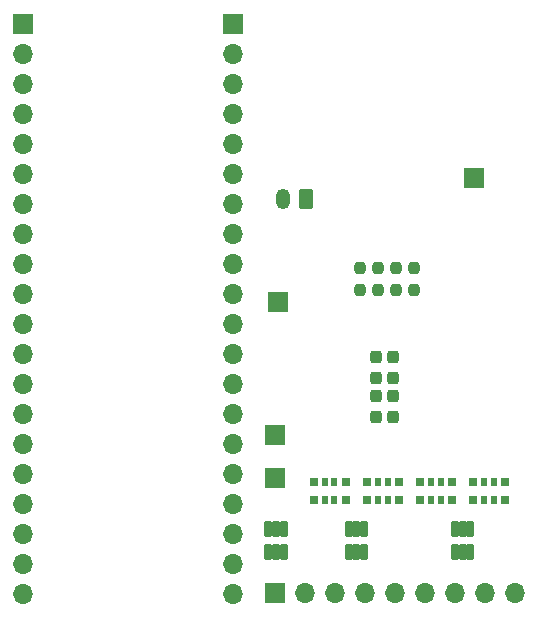
<source format=gbs>
%TF.GenerationSoftware,KiCad,Pcbnew,8.0.3*%
%TF.CreationDate,2024-08-10T21:36:20-07:00*%
%TF.ProjectId,v2,76322e6b-6963-4616-945f-706362585858,rev?*%
%TF.SameCoordinates,Original*%
%TF.FileFunction,Soldermask,Bot*%
%TF.FilePolarity,Negative*%
%FSLAX46Y46*%
G04 Gerber Fmt 4.6, Leading zero omitted, Abs format (unit mm)*
G04 Created by KiCad (PCBNEW 8.0.3) date 2024-08-10 21:36:20*
%MOMM*%
%LPD*%
G01*
G04 APERTURE LIST*
G04 Aperture macros list*
%AMRoundRect*
0 Rectangle with rounded corners*
0 $1 Rounding radius*
0 $2 $3 $4 $5 $6 $7 $8 $9 X,Y pos of 4 corners*
0 Add a 4 corners polygon primitive as box body*
4,1,4,$2,$3,$4,$5,$6,$7,$8,$9,$2,$3,0*
0 Add four circle primitives for the rounded corners*
1,1,$1+$1,$2,$3*
1,1,$1+$1,$4,$5*
1,1,$1+$1,$6,$7*
1,1,$1+$1,$8,$9*
0 Add four rect primitives between the rounded corners*
20,1,$1+$1,$2,$3,$4,$5,0*
20,1,$1+$1,$4,$5,$6,$7,0*
20,1,$1+$1,$6,$7,$8,$9,0*
20,1,$1+$1,$8,$9,$2,$3,0*%
G04 Aperture macros list end*
%ADD10R,1.700000X1.700000*%
%ADD11RoundRect,0.237500X0.237500X-0.250000X0.237500X0.250000X-0.237500X0.250000X-0.237500X-0.250000X0*%
%ADD12RoundRect,0.075500X-0.226500X0.621500X-0.226500X-0.621500X0.226500X-0.621500X0.226500X0.621500X0*%
%ADD13RoundRect,0.075500X0.226500X-0.621500X0.226500X0.621500X-0.226500X0.621500X-0.226500X-0.621500X0*%
%ADD14RoundRect,0.250000X0.350000X0.625000X-0.350000X0.625000X-0.350000X-0.625000X0.350000X-0.625000X0*%
%ADD15O,1.200000X1.750000*%
%ADD16RoundRect,0.237500X-0.237500X0.300000X-0.237500X-0.300000X0.237500X-0.300000X0.237500X0.300000X0*%
%ADD17RoundRect,0.237500X0.237500X-0.300000X0.237500X0.300000X-0.237500X0.300000X-0.237500X-0.300000X0*%
%ADD18R,0.750000X0.800000*%
%ADD19R,0.580000X0.800000*%
%ADD20O,1.700000X1.700000*%
G04 APERTURE END LIST*
D10*
%TO.C,J8*%
X127100000Y-95100000D03*
%TD*%
%TO.C,J7*%
X127300000Y-83800000D03*
%TD*%
%TO.C,J6*%
X127100000Y-98700000D03*
%TD*%
%TO.C,J5*%
X143900000Y-73300000D03*
%TD*%
D11*
%TO.C,R9*%
X134300000Y-82812500D03*
X134300000Y-80987500D03*
%TD*%
%TO.C,R7*%
X137300000Y-82812500D03*
X137300000Y-80987500D03*
%TD*%
%TO.C,R8*%
X135800000Y-82812500D03*
X135800000Y-80987500D03*
%TD*%
%TO.C,R3*%
X138800000Y-82812500D03*
X138800000Y-80987500D03*
%TD*%
D12*
%TO.C,U9*%
X126500000Y-103100000D03*
X127150000Y-103100000D03*
X127800000Y-103100000D03*
D13*
X127800000Y-105020000D03*
X127150000Y-105020000D03*
X126500000Y-105020000D03*
%TD*%
D12*
%TO.C,U4*%
X133300000Y-103100000D03*
X133950000Y-103100000D03*
X134600000Y-103100000D03*
D13*
X134600000Y-105020000D03*
X133950000Y-105020000D03*
X133300000Y-105020000D03*
%TD*%
D12*
%TO.C,U3*%
X142300000Y-103080000D03*
X142950000Y-103080000D03*
X143600000Y-103080000D03*
D13*
X143600000Y-105000000D03*
X142950000Y-105000000D03*
X142300000Y-105000000D03*
%TD*%
D14*
%TO.C,J1*%
X129722400Y-75100000D03*
D15*
X127722400Y-75100000D03*
%TD*%
D16*
%TO.C,C11*%
X137100000Y-93562500D03*
X137100000Y-91837500D03*
%TD*%
%TO.C,C10*%
X135590000Y-93562500D03*
X135590000Y-91837500D03*
%TD*%
D17*
%TO.C,C6*%
X135590000Y-90262500D03*
X135590000Y-88537500D03*
%TD*%
%TO.C,C4*%
X137100000Y-88537500D03*
X137100000Y-90262500D03*
%TD*%
D18*
%TO.C,CN4*%
X133050000Y-100600000D03*
D19*
X132100000Y-100600000D03*
X131300000Y-100600000D03*
D18*
X130350000Y-100600000D03*
X130350000Y-99060000D03*
D19*
X131300000Y-99060000D03*
X132100000Y-99060000D03*
D18*
X133050000Y-99060000D03*
%TD*%
%TO.C,CN3*%
X137550000Y-100600000D03*
D19*
X136600000Y-100600000D03*
X135800000Y-100600000D03*
D18*
X134850000Y-100600000D03*
X134850000Y-99060000D03*
D19*
X135800000Y-99060000D03*
X136600000Y-99060000D03*
D18*
X137550000Y-99060000D03*
%TD*%
%TO.C,CN2*%
X142050000Y-100600000D03*
D19*
X141100000Y-100600000D03*
X140300000Y-100600000D03*
D18*
X139350000Y-100600000D03*
X139350000Y-99060000D03*
D19*
X140300000Y-99060000D03*
X141100000Y-99060000D03*
D18*
X142050000Y-99060000D03*
%TD*%
%TO.C,CN1*%
X146550000Y-100600000D03*
D19*
X145600000Y-100600000D03*
X144800000Y-100600000D03*
D18*
X143850000Y-100600000D03*
X143850000Y-99060000D03*
D19*
X144800000Y-99060000D03*
X145600000Y-99060000D03*
D18*
X146550000Y-99060000D03*
%TD*%
D10*
%TO.C,J3*%
X105720000Y-60320000D03*
D20*
X105720000Y-62860000D03*
X105720000Y-65400000D03*
X105720000Y-67940000D03*
X105720000Y-70480000D03*
X105720000Y-73020000D03*
X105720000Y-75560000D03*
X105720000Y-78100000D03*
X105720000Y-80640000D03*
X105720000Y-83180000D03*
X105720000Y-85720000D03*
X105720000Y-88260000D03*
X105720000Y-90800000D03*
X105720000Y-93340000D03*
X105720000Y-95880000D03*
X105720000Y-98420000D03*
X105720000Y-100960000D03*
X105720000Y-103500000D03*
X105720000Y-106040000D03*
X105720000Y-108580000D03*
%TD*%
D10*
%TO.C,J2*%
X127100000Y-108500000D03*
D20*
X129640000Y-108500000D03*
X132180000Y-108500000D03*
X134720000Y-108500000D03*
X137260000Y-108500000D03*
X139800000Y-108500000D03*
X142340000Y-108500000D03*
X144880000Y-108500000D03*
X147420000Y-108500000D03*
%TD*%
D10*
%TO.C,J4*%
X123500000Y-60320000D03*
D20*
X123500000Y-62860000D03*
X123500000Y-65400000D03*
X123500000Y-67940000D03*
X123500000Y-70480000D03*
X123500000Y-73020000D03*
X123500000Y-75560000D03*
X123500000Y-78100000D03*
X123500000Y-80640000D03*
X123500000Y-83180000D03*
X123500000Y-85720000D03*
X123500000Y-88260000D03*
X123500000Y-90800000D03*
X123500000Y-93340000D03*
X123500000Y-95880000D03*
X123500000Y-98420000D03*
X123500000Y-100960000D03*
X123500000Y-103500000D03*
X123500000Y-106040000D03*
X123500000Y-108580000D03*
%TD*%
M02*

</source>
